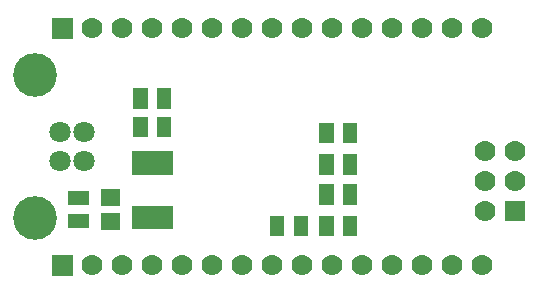
<source format=gbs>
G04 Layer: BottomSolderMaskLayer*
G04 EasyEDA v6.4.7, 2020-11-07T10:37:38+03:00*
G04 1389fe0e608b4a92a316d8f3135ec2f9,c683d62568ac4463b913f09dc326db1e,10*
G04 Gerber Generator version 0.2*
G04 Scale: 100 percent, Rotated: No, Reflected: No *
G04 Dimensions in millimeters *
G04 leading zeros omitted , absolute positions ,3 integer and 3 decimal *
%FSLAX33Y33*%
%MOMM*%
G90*
D02*

%ADD38C,1.778000*%
%ADD39R,1.778000X1.778000*%
%ADD46C,3.703193*%
%ADD47C,1.803197*%

%LPD*%
G36*
G01X10820Y9187D02*
G01X10820Y11170D01*
G01X14325Y11170D01*
G01X14325Y9187D01*
G01X10820Y9187D01*
G37*
G36*
G01X10820Y4577D02*
G01X10820Y6560D01*
G01X14325Y6560D01*
G01X14325Y4577D01*
G01X10820Y4577D01*
G37*
G54D38*
G01X40513Y21590D03*
G01X37973Y21590D03*
G01X35433Y21590D03*
G01X32893Y21590D03*
G01X30353Y21590D03*
G01X27813Y21590D03*
G01X25273Y21590D03*
G01X22733Y21590D03*
G01X20193Y21590D03*
G01X17653Y21590D03*
G01X15113Y21590D03*
G01X12573Y21590D03*
G01X10033Y21590D03*
G01X7493Y21590D03*
G36*
G01X4064Y20701D02*
G01X4064Y22479D01*
G01X5842Y22479D01*
G01X5842Y20701D01*
G01X4064Y20701D01*
G37*
G01X40513Y1524D03*
G01X37973Y1524D03*
G01X35433Y1524D03*
G01X32893Y1524D03*
G01X30353Y1524D03*
G01X27813Y1524D03*
G01X25273Y1524D03*
G01X22733Y1524D03*
G01X20193Y1524D03*
G01X17653Y1524D03*
G01X15113Y1524D03*
G01X12573Y1524D03*
G01X10033Y1524D03*
G01X7493Y1524D03*
G36*
G01X4064Y635D02*
G01X4064Y2413D01*
G01X5842Y2413D01*
G01X5842Y635D01*
G01X4064Y635D01*
G37*
G01X40767Y11176D03*
G01X43307Y11176D03*
G01X40767Y8636D03*
G01X43307Y8636D03*
G01X40767Y6096D03*
G54D39*
G01X43307Y6096D03*
G36*
G01X8191Y4526D02*
G01X8191Y5887D01*
G01X9842Y5887D01*
G01X9842Y4526D01*
G01X8191Y4526D01*
G37*
G36*
G01X8191Y6558D02*
G01X8191Y7919D01*
G01X9842Y7919D01*
G01X9842Y6558D01*
G01X8191Y6558D01*
G37*
G36*
G01X12971Y14744D02*
G01X12971Y16497D01*
G01X14175Y16497D01*
G01X14175Y14744D01*
G01X12971Y14744D01*
G37*
G36*
G01X10970Y14744D02*
G01X10970Y16497D01*
G01X12174Y16497D01*
G01X12174Y14744D01*
G01X10970Y14744D01*
G37*
G36*
G01X12971Y12331D02*
G01X12971Y14084D01*
G01X14175Y14084D01*
G01X14175Y12331D01*
G01X12971Y12331D01*
G37*
G36*
G01X10970Y12331D02*
G01X10970Y14084D01*
G01X12174Y14084D01*
G01X12174Y12331D01*
G01X10970Y12331D01*
G37*
G36*
G01X26718Y3949D02*
G01X26718Y5702D01*
G01X27922Y5702D01*
G01X27922Y3949D01*
G01X26718Y3949D01*
G37*
G36*
G01X28719Y3949D02*
G01X28719Y5702D01*
G01X29923Y5702D01*
G01X29923Y3949D01*
G01X28719Y3949D01*
G37*
G36*
G01X5473Y4620D02*
G01X5473Y5824D01*
G01X7226Y5824D01*
G01X7226Y4620D01*
G01X5473Y4620D01*
G37*
G36*
G01X5473Y6621D02*
G01X5473Y7825D01*
G01X7226Y7825D01*
G01X7226Y6621D01*
G01X5473Y6621D01*
G37*
G36*
G01X28719Y6616D02*
G01X28719Y8369D01*
G01X29923Y8369D01*
G01X29923Y6616D01*
G01X28719Y6616D01*
G37*
G36*
G01X26718Y6616D02*
G01X26718Y8369D01*
G01X27922Y8369D01*
G01X27922Y6616D01*
G01X26718Y6616D01*
G37*
G36*
G01X24528Y3949D02*
G01X24528Y5702D01*
G01X25732Y5702D01*
G01X25732Y3949D01*
G01X24528Y3949D01*
G37*
G36*
G01X22527Y3949D02*
G01X22527Y5702D01*
G01X23731Y5702D01*
G01X23731Y3949D01*
G01X22527Y3949D01*
G37*
G36*
G01X28719Y9156D02*
G01X28719Y10909D01*
G01X29923Y10909D01*
G01X29923Y9156D01*
G01X28719Y9156D01*
G37*
G36*
G01X26718Y9156D02*
G01X26718Y10909D01*
G01X27922Y10909D01*
G01X27922Y9156D01*
G01X26718Y9156D01*
G37*
G36*
G01X28719Y11823D02*
G01X28719Y13576D01*
G01X29923Y13576D01*
G01X29923Y11823D01*
G01X28719Y11823D01*
G37*
G36*
G01X26718Y11823D02*
G01X26718Y13576D01*
G01X27922Y13576D01*
G01X27922Y11823D01*
G01X26718Y11823D01*
G37*
G54D46*
G01X2614Y5536D03*
G01X2614Y17576D03*
G54D47*
G01X4784Y10306D03*
G01X4784Y12806D03*
G01X6784Y12806D03*
G01X6784Y10306D03*
M00*
M02*

</source>
